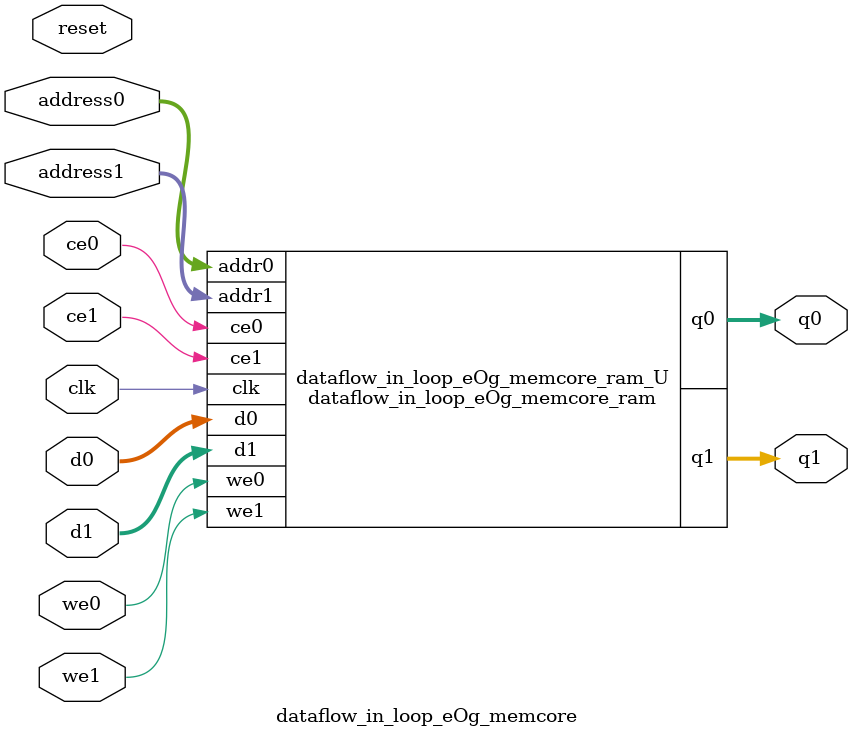
<source format=v>

`timescale 1 ns / 1 ps
module dataflow_in_loop_eOg_memcore_ram (addr0, ce0, d0, we0, q0, addr1, ce1, d1, we1, q1,  clk);

parameter DWIDTH = 32;
parameter AWIDTH = 17;
parameter MEM_SIZE = 91712;

input[AWIDTH-1:0] addr0;
input ce0;
input[DWIDTH-1:0] d0;
input we0;
output reg[DWIDTH-1:0] q0;
input[AWIDTH-1:0] addr1;
input ce1;
input[DWIDTH-1:0] d1;
input we1;
output reg[DWIDTH-1:0] q1;
input clk;

(* ram_style = "block" *)reg [DWIDTH-1:0] ram[0:MEM_SIZE-1];




always @(posedge clk)  
begin 
    if (ce0) 
    begin
        if (we0) 
        begin 
            ram[addr0] <= d0; 
            q0 <= d0;
        end 
        else 
            q0 <= ram[addr0];
    end
end


always @(posedge clk)  
begin 
    if (ce1) 
    begin
        if (we1) 
        begin 
            ram[addr1] <= d1; 
            q1 <= d1;
        end 
        else 
            q1 <= ram[addr1];
    end
end


endmodule


`timescale 1 ns / 1 ps
module dataflow_in_loop_eOg_memcore(
    reset,
    clk,
    address0,
    ce0,
    we0,
    d0,
    q0,
    address1,
    ce1,
    we1,
    d1,
    q1);

parameter DataWidth = 32'd32;
parameter AddressRange = 32'd91712;
parameter AddressWidth = 32'd17;
input reset;
input clk;
input[AddressWidth - 1:0] address0;
input ce0;
input we0;
input[DataWidth - 1:0] d0;
output[DataWidth - 1:0] q0;
input[AddressWidth - 1:0] address1;
input ce1;
input we1;
input[DataWidth - 1:0] d1;
output[DataWidth - 1:0] q1;



dataflow_in_loop_eOg_memcore_ram dataflow_in_loop_eOg_memcore_ram_U(
    .clk( clk ),
    .addr0( address0 ),
    .ce0( ce0 ),
    .d0( d0 ),
    .we0( we0 ),
    .q0( q0 ),
    .addr1( address1 ),
    .ce1( ce1 ),
    .d1( d1 ),
    .we1( we1 ),
    .q1( q1 ));

endmodule


</source>
